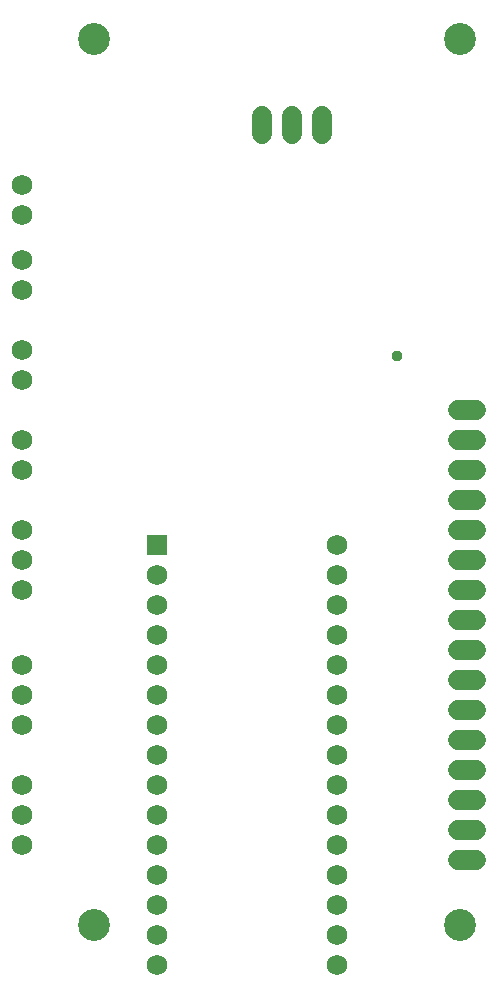
<source format=gbr>
G04 EAGLE Gerber X2 export*
%TF.Part,Single*%
%TF.FileFunction,Soldermask,Bot,1*%
%TF.FilePolarity,Negative*%
%TF.GenerationSoftware,Autodesk,EAGLE,9.1.1*%
%TF.CreationDate,2018-08-04T18:42:35Z*%
G75*
%MOMM*%
%FSLAX34Y34*%
%LPD*%
%AMOC8*
5,1,8,0,0,1.08239X$1,22.5*%
G01*
%ADD10C,1.727200*%
%ADD11C,1.727200*%
%ADD12R,1.727200X1.727200*%
%ADD13C,2.703200*%
%ADD14C,0.959600*%


D10*
X254000Y741680D02*
X254000Y756920D01*
X279400Y756920D02*
X279400Y741680D01*
X304800Y741680D02*
X304800Y756920D01*
D11*
X165100Y215900D03*
X165100Y241300D03*
X165100Y266700D03*
X165100Y292100D03*
X165100Y317500D03*
X165100Y342900D03*
D12*
X165100Y393700D03*
D11*
X165100Y190500D03*
X165100Y165100D03*
X165100Y139700D03*
X165100Y114300D03*
X165100Y88900D03*
X165100Y63500D03*
X165100Y38100D03*
X165100Y368300D03*
X317500Y393700D03*
X317500Y368300D03*
X317500Y342900D03*
X317500Y317500D03*
X317500Y292100D03*
X317500Y266700D03*
X317500Y241300D03*
X317500Y215900D03*
X317500Y190500D03*
X317500Y165100D03*
X317500Y139700D03*
X317500Y114300D03*
X317500Y88900D03*
X317500Y63500D03*
X317500Y38100D03*
D10*
X420280Y127000D02*
X435520Y127000D01*
X435520Y152400D02*
X420280Y152400D01*
X420280Y177800D02*
X435520Y177800D01*
X435520Y203200D02*
X420280Y203200D01*
X420280Y228600D02*
X435520Y228600D01*
X435520Y254000D02*
X420280Y254000D01*
X420280Y279400D02*
X435520Y279400D01*
X435520Y304800D02*
X420280Y304800D01*
X420280Y330200D02*
X435520Y330200D01*
X435520Y355600D02*
X420280Y355600D01*
X420280Y381000D02*
X435520Y381000D01*
X435520Y406400D02*
X420280Y406400D01*
X420280Y431800D02*
X435520Y431800D01*
X435520Y457200D02*
X420280Y457200D01*
X420280Y482600D02*
X435520Y482600D01*
X435520Y508000D02*
X420280Y508000D01*
D13*
X421700Y72000D03*
X111700Y72000D03*
X421700Y822000D03*
X111700Y822000D03*
D11*
X50800Y635000D03*
X50800Y609600D03*
X50800Y558800D03*
X50800Y533400D03*
X50800Y482600D03*
X50800Y457200D03*
X50800Y292100D03*
X50800Y266700D03*
X50800Y241300D03*
X50800Y190500D03*
X50800Y165100D03*
X50800Y139700D03*
X50800Y698500D03*
X50800Y673100D03*
X50800Y406400D03*
X50800Y381000D03*
X50800Y355600D03*
D14*
X368300Y553720D03*
M02*

</source>
